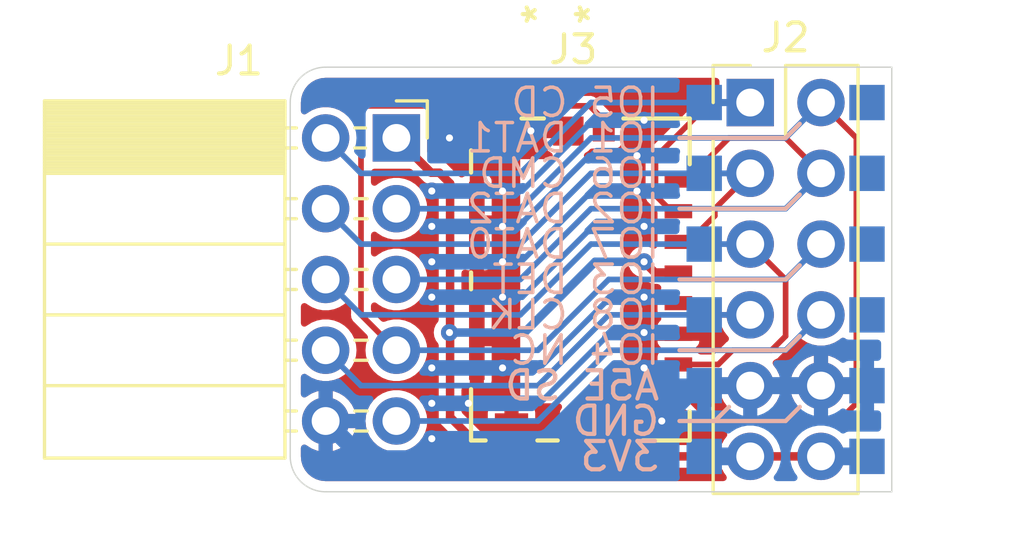
<source format=kicad_pcb>
(kicad_pcb (version 20221018) (generator pcbnew)
  (layers (0 "F.Cu" signal) (31 "B.Cu" signal) (34 "B.Paste" user) (35 "F.Paste" user) (36 "B.SilkS" user "B.Silkscreen") (37 "F.SilkS" user "F.Silkscreen") (38 "B.Mask" user) (39 "F.Mask" user) (44 "Edge.Cuts" user))
  (net 0 "")
  (net 1 "Net-(J1-Pin_1)")
  (net 2 "Net-(J1-Pin_2)")
  (net 3 "Net-(J1-Pin_3)")
  (net 4 "Net-(J1-Pin_4)")
  (net 5 "Net-(J1-Pin_5)")
  (net 6 "Net-(J1-Pin_6)")
  (net 7 "Net-(J1-Pin_7)")
  (net 8 "Net-(J1-Pin_8)")
  (net 9 "Net-(J1-Pin_9)")
  (net 10 "/GND")
  (footprint "custom:PMOD_Hybrid" (layer "F.Cu") (at 139.7 100.33)
    (fp_text reference "J2" (at 1.27 -2.33) (layer "F.SilkS"))
    (fp_text value "Conn_02x06_Odd_Even")
    (fp_line (start -1.33 -1.33) (end 0 -1.33) (stroke (width 0.12)) (layer "F.SilkS"))
    (fp_line (start -1.33 0) (end -1.33 -1.33) (stroke (width 0.12)) (layer "F.SilkS"))
    (fp_line (start -1.33 1.27) (end -1.33 14.03) (stroke (width 0.12)) (layer "F.SilkS"))
    (fp_line (start -1.33 1.27) (end 1.27 1.27) (stroke (width 0.12)) (layer "F.SilkS"))
    (fp_line (start -1.33 14.03) (end 3.87 14.03) (stroke (width 0.12)) (layer "F.SilkS"))
    (fp_line (start 1.27 -1.33) (end 3.87 -1.33) (stroke (width 0.12)) (layer "F.SilkS"))
    (fp_line (start 1.27 1.27) (end 1.27 -1.33) (stroke (width 0.12)) (layer "F.SilkS"))
    (fp_line (start 3.87 -1.33) (end 3.87 14.03) (stroke (width 0.12)) (layer "F.SilkS"))
    (pad "1" smd rect (at -1.651 0) (size 1.27 1.27) (layers "B.Cu" "B.Paste" "B.Mask") (net 2 "Net-(J1-Pin_2)"))
    (pad "1" thru_hole rect (at 0 0) (size 1.7 1.7) (drill 1) (layers "*.Cu" "*.Mask") (net 2 "Net-(J1-Pin_2)"))
    (pad "2" thru_hole oval (at 2.54 0) (size 1.7 1.7) (drill 1) (layers "*.Cu" "*.Mask") (net 3 "Net-(J1-Pin_3)"))
    (pad "2" smd rect (at 4.191 0) (size 1.27 1.27) (layers "B.Cu" "B.Paste" "B.Mask") (net 3 "Net-(J1-Pin_3)"))
    (pad "3" smd rect (at -1.651 2.54) (size 1.27 1.27) (layers "B.Cu" "B.Paste" "B.Mask") (net 4 "Net-(J1-Pin_4)"))
    (pad "3" thru_hole oval (at 0 2.54) (size 1.7 1.7) (drill 1) (layers "*.Cu" "*.Mask") (net 4 "Net-(J1-Pin_4)"))
    (pad "4" thru_hole oval (at 2.54 2.54) (size 1.7 1.7) (drill 1) (layers "*.Cu" "*.Mask") (net 5 "Net-(J1-Pin_5)"))
    (pad "4" smd rect (at 4.191 2.54) (size 1.27 1.27) (layers "B.Cu" "B.Paste" "B.Mask") (net 5 "Net-(J1-Pin_5)"))
    (pad "5" smd rect (at -1.651 5.08) (size 1.27 1.27) (layers "B.Cu" "B.Paste" "B.Mask") (net 6 "Net-(J1-Pin_6)"))
    (pad "5" thru_hole oval (at 0 5.08) (size 1.7 1.7) (drill 1) (layers "*.Cu" "*.Mask") (net 6 "Net-(J1-Pin_6)"))
    (pad "6" thru_hole oval (at 2.54 5.08) (size 1.7 1.7) (drill 1) (layers "*.Cu" "*.Mask") (net 7 "Net-(J1-Pin_7)"))
    (pad "6" smd rect (at 4.191 5.08) (size 1.27 1.27) (layers "B.Cu" "B.Paste" "B.Mask") (net 7 "Net-(J1-Pin_7)"))
    (pad "7" smd rect (at -1.651 7.62) (size 1.27 1.27) (layers "B.Cu" "B.Paste" "B.Mask") (net 8 "Net-(J1-Pin_8)"))
    (pad "7" thru_hole oval (at 0 7.62) (size 1.7 1.7) (drill 1) (layers "*.Cu" "*.Mask") (net 8 "Net-(J1-Pin_8)"))
    (pad "8" thru_hole oval (at 2.54 7.62) (size 1.7 1.7) (drill 1) (layers "*.Cu" "*.Mask") (net 9 "Net-(J1-Pin_9)"))
    (pad "8" smd rect (at 4.191 7.62) (size 1.27 1.27) (layers "B.Cu" "B.Paste" "B.Mask") (net 9 "Net-(J1-Pin_9)"))
    (pad "9" smd rect (at -1.651 10.16) (size 1.27 1.27) (layers "B.Cu" "B.Paste" "B.Mask") (net 10 "/GND"))
    (pad "9" thru_hole oval (at 0 10.16) (size 1.7 1.7) (drill 1) (layers "*.Cu" "*.Mask") (net 10 "/GND"))
    (pad "10" thru_hole oval (at 2.54 10.16) (size 1.7 1.7) (drill 1) (layers "*.Cu" "*.Mask") (net 10 "/GND"))
    (pad "10" smd rect (at 4.191 10.16) (size 1.27 1.27) (layers "B.Cu" "B.Paste" "B.Mask") (net 10 "/GND"))
    (pad "11" smd rect (at -1.651 12.7) (size 1.27 1.27) (layers "B.Cu" "B.Paste" "B.Mask") (net 1 "Net-(J1-Pin_1)"))
    (pad "11" thru_hole oval (at 0 12.7) (size 1.7 1.7) (drill 1) (layers "*.Cu" "*.Mask") (net 1 "Net-(J1-Pin_1)"))
    (pad "12" thru_hole oval (at 2.54 12.7) (size 1.7 1.7) (drill 1) (layers "*.Cu" "*.Mask") (net 1 "Net-(J1-Pin_1)"))
    (pad "12" smd rect (at 4.191 12.7) (size 1.27 1.27) (layers "B.Cu" "B.Paste" "B.Mask") (net 1 "Net-(J1-Pin_1)"))
  )
  (footprint "Connector_PinSocket_2.54mm:PinSocket_2x05_P2.54mm_Horizontal" (layer "F.Cu") (at 127 101.6)
    (fp_text reference "J1" (at -5.65 -2.77) (layer "F.SilkS"))
    (fp_text value "Conn_02x05_Odd_Even")
    (fp_line (start -12.63 -1.33) (end -12.63 11.49) (stroke (width 0.12)) (layer "F.SilkS"))
    (fp_line (start -12.63 -1.33) (end -4 -1.33) (stroke (width 0.12)) (layer "F.SilkS"))
    (fp_line (start -12.63 -1.21) (end -4 -1.21) (stroke (width 0.12)) (layer "F.SilkS"))
    (fp_line (start -12.63 -1.091905) (end -4 -1.091905) (stroke (width 0.12)) (layer "F.SilkS"))
    (fp_line (start -12.63 -0.97381) (end -4 -0.97381) (stroke (width 0.12)) (layer "F.SilkS"))
    (fp_line (start -12.63 -0.855715) (end -4 -0.855715) (stroke (width 0.12)) (layer "F.SilkS"))
    (fp_line (start -12.63 -0.73762) (end -4 -0.73762) (stroke (width 0.12)) (layer "F.SilkS"))
    (fp_line (start -12.63 -0.619525) (end -4 -0.619525) (stroke (width 0.12)) (layer "F.SilkS"))
    (fp_line (start -12.63 -0.50143) (end -4 -0.50143) (stroke (width 0.12)) (layer "F.SilkS"))
    (fp_line (start -12.63 -0.383335) (end -4 -0.383335) (stroke (width 0.12)) (layer "F.SilkS"))
    (fp_line (start -12.63 -0.26524) (end -4 -0.26524) (stroke (width 0.12)) (layer "F.SilkS"))
    (fp_line (start -12.63 -0.147145) (end -4 -0.147145) (stroke (width 0.12)) (layer "F.SilkS"))
    (fp_line (start -12.63 -0.02905) (end -4 -0.02905) (stroke (width 0.12)) (layer "F.SilkS"))
    (fp_line (start -12.63 0.089045) (end -4 0.089045) (stroke (width 0.12)) (layer "F.SilkS"))
    (fp_line (start -12.63 0.20714) (end -4 0.20714) (stroke (width 0.12)) (layer "F.SilkS"))
    (fp_line (start -12.63 0.325235) (end -4 0.325235) (stroke (width 0.12)) (layer "F.SilkS"))
    (fp_line (start -12.63 0.44333) (end -4 0.44333) (stroke (width 0.12)) (layer "F.SilkS"))
    (fp_line (start -12.63 0.561425) (end -4 0.561425) (stroke (width 0.12)) (layer "F.SilkS"))
    (fp_line (start -12.63 0.67952) (end -4 0.67952) (stroke (width 0.12)) (layer "F.SilkS"))
    (fp_line (start -12.63 0.797615) (end -4 0.797615) (stroke (width 0.12)) (layer "F.SilkS"))
    (fp_line (start -12.63 0.91571) (end -4 0.91571) (stroke (width 0.12)) (layer "F.SilkS"))
    (fp_line (start -12.63 1.033805) (end -4 1.033805) (stroke (width 0.12)) (layer "F.SilkS"))
    (fp_line (start -12.63 1.1519) (end -4 1.1519) (stroke (width 0.12)) (layer "F.SilkS"))
    (fp_line (start -12.63 1.27) (end -4 1.27) (stroke (width 0.12)) (layer "F.SilkS"))
    (fp_line (start -12.63 3.81) (end -4 3.81) (stroke (width 0.12)) (layer "F.SilkS"))
    (fp_line (start -12.63 6.35) (end -4 6.35) (stroke (width 0.12)) (layer "F.SilkS"))
    (fp_line (start -12.63 8.89) (end -4 8.89) (stroke (width 0.12)) (layer "F.SilkS"))
    (fp_line (start -12.63 11.49) (end -4 11.49) (stroke (width 0.12)) (layer "F.SilkS"))
    (fp_line (start -4 -1.33) (end -4 11.49) (stroke (width 0.12)) (layer "F.SilkS"))
    (fp_line (start -4 -0.36) (end -3.59 -0.36) (stroke (width 0.12)) (layer "F.SilkS"))
    (fp_line (start -4 0.36) (end -3.59 0.36) (stroke (width 0.12)) (layer "F.SilkS"))
    (fp_line (start -4 2.18) (end -3.59 2.18) (stroke (width 0.12)) (layer "F.SilkS"))
    (fp_line (start -4 2.9) (end -3.59 2.9) (stroke (width 0.12)) (layer "F.SilkS"))
    (fp_line (start -4 4.72) (end -3.59 4.72) (stroke (width 0.12)) (layer "F.SilkS"))
    (fp_line (start -4 5.44) (end -3.59 5.44) (stroke (width 0.12)) (layer "F.SilkS"))
    (fp_line (start -4 7.26) (end -3.59 7.26) (stroke (width 0.12)) (layer "F.SilkS"))
    (fp_line (start -4 7.98) (end -3.59 7.98) (stroke (width 0.12)) (layer "F.SilkS"))
    (fp_line (start -4 9.8) (end -3.59 9.8) (stroke (width 0.12)) (layer "F.SilkS"))
    (fp_line (start -4 10.52) (end -3.59 10.52) (stroke (width 0.12)) (layer "F.SilkS"))
    (fp_line (start -1.49 -0.36) (end -1.11 -0.36) (stroke (width 0.12)) (layer "F.SilkS"))
    (fp_line (start -1.49 0.36) (end -1.11 0.36) (stroke (width 0.12)) (layer "F.SilkS"))
    (fp_line (start -1.49 2.18) (end -1.05 2.18) (stroke (width 0.12)) (layer "F.SilkS"))
    (fp_line (start -1.49 2.9) (end -1.05 2.9) (stroke (width 0.12)) (layer "F.SilkS"))
    (fp_line (start -1.49 4.72) (end -1.05 4.72) (stroke (width 0.12)) (layer "F.SilkS"))
    (fp_line (start -1.49 5.44) (end -1.05 5.44) (stroke (width 0.12)) (layer "F.SilkS"))
    (fp_line (start -1.49 7.26) (end -1.05 7.26) (stroke (width 0.12)) (layer "F.SilkS"))
    (fp_line (start -1.49 7.98) (end -1.05 7.98) (stroke (width 0.12)) (layer "F.SilkS"))
    (fp_line (start -1.49 9.8) (end -1.05 9.8) (stroke (width 0.12)) (layer "F.SilkS"))
    (fp_line (start -1.49 10.52) (end -1.05 10.52) (stroke (width 0.12)) (layer "F.SilkS"))
    (fp_line (start 0 -1.33) (end 1.11 -1.33) (stroke (width 0.12)) (layer "F.SilkS"))
    (fp_line (start 1.11 -1.33) (end 1.11 0) (stroke (width 0.12)) (layer "F.SilkS"))
    (pad "1" thru_hole rect (at 0 0) (size 1.7 1.7) (drill 1) (layers "*.Cu" "*.Mask") (net 1 "Net-(J1-Pin_1)"))
    (pad "2" thru_hole oval (at -2.54 0) (size 1.7 1.7) (drill 1) (layers "*.Cu" "*.Mask") (net 2 "Net-(J1-Pin_2)"))
    (pad "3" thru_hole oval (at 0 2.54) (size 1.7 1.7) (drill 1) (layers "*.Cu" "*.Mask") (net 3 "Net-(J1-Pin_3)"))
    (pad "4" thru_hole oval (at -2.54 2.54) (size 1.7 1.7) (drill 1) (layers "*.Cu" "*.Mask") (net 4 "Net-(J1-Pin_4)"))
    (pad "5" thru_hole oval (at 0 5.08) (size 1.7 1.7) (drill 1) (layers "*.Cu" "*.Mask") (net 5 "Net-(J1-Pin_5)"))
    (pad "6" thru_hole oval (at -2.54 5.08) (size 1.7 1.7) (drill 1) (layers "*.Cu" "*.Mask") (net 6 "Net-(J1-Pin_6)"))
    (pad "7" thru_hole oval (at 0 7.62) (size 1.7 1.7) (drill 1) (layers "*.Cu" "*.Mask") (net 7 "Net-(J1-Pin_7)"))
    (pad "8" thru_hole oval (at -2.54 7.62) (size 1.7 1.7) (drill 1) (layers "*.Cu" "*.Mask") (net 8 "Net-(J1-Pin_8)"))
    (pad "9" thru_hole oval (at 0 10.16) (size 1.7 1.7) (drill 1) (layers "*.Cu" "*.Mask") (net 9 "Net-(J1-Pin_9)"))
    (pad "10" thru_hole oval (at -2.54 10.16) (size 1.7 1.7) (drill 1) (layers "*.Cu" "*.Mask") (net 10 "/GND"))
  )
  (footprint "custom:105162-0001_MOL" (layer "F.Cu") (at 133.604 106.68 90)
    (fp_text reference "J3" (at 8.255 -0.254 unlocked) (layer "F.SilkS"))
    (fp_text value "Micro_SD_Card_Det1")
    (fp_text user "*" (at 9.525 0.381 90 unlocked) (layer "F.SilkS"))
    (fp_text user "*" (at 9.525 -1.524 90) (layer "F.SilkS"))
    (fp_line (start -5.7785 -3.9243) (end -5.7785 -3.401939) (stroke (width 0.1524)) (layer "F.SilkS"))
    (fp_line (start -5.7785 -1.542659) (end -5.7785 -0.813839) (stroke (width 0.1524)) (layer "F.SilkS"))
    (fp_line (start -5.7785 2.239241) (end -5.7785 3.9243) (stroke (width 0.1524)) (layer "F.SilkS"))
    (fp_line (start -5.7785 3.9243) (end -4.736739 3.9243) (stroke (width 0.1524)) (layer "F.SilkS"))
    (fp_line (start -3.93824 -3.9243) (end -5.7785 -3.9243) (stroke (width 0.1524)) (layer "F.SilkS"))
    (fp_line (start 0.127 -3.9243) (end -0.127 -3.9243) (stroke (width 0.1524)) (layer "F.SilkS"))
    (fp_line (start 0.25176 -3.9243) (end -0.35176 -3.9243) (stroke (width 0.1524)) (layer "F.SilkS"))
    (fp_line (start 4.136741 3.9243) (end 5.7785 3.9243) (stroke (width 0.1524)) (layer "F.SilkS"))
    (fp_line (start 4.632737 -3.9243) (end 3.83824 -3.9243) (stroke (width 0.1524)) (layer "F.SilkS"))
    (fp_line (start 5.7785 -1.31114) (end 5.7785 -2.11266) (stroke (width 0.1524)) (layer "F.SilkS"))
    (fp_line (start 5.7785 3.9243) (end 5.7785 1.5444) (stroke (width 0.1524)) (layer "F.SilkS"))
    (pad "1" smd rect (at 3.550001 3.517699 90) (size 0.508 0.9906) (layers "F.Cu" "F.Paste" "F.Mask") (net 5 "Net-(J1-Pin_5)"))
    (pad "2" smd rect (at 2.45 3.517699 90) (size 0.508 0.9906) (layers "F.Cu" "F.Paste" "F.Mask") (net 2 "Net-(J1-Pin_2)"))
    (pad "3" smd rect (at 1.35 3.517699 90) (size 0.508 0.9906) (layers "F.Cu" "F.Paste" "F.Mask") (net 4 "Net-(J1-Pin_4)"))
    (pad "4" smd rect (at 0.25 3.517699 90) (size 0.508 0.9906) (layers "F.Cu" "F.Paste" "F.Mask") (net 1 "Net-(J1-Pin_1)"))
    (pad "5" smd rect (at -0.850001 3.517699 90) (size 0.508 0.9906) (layers "F.Cu" "F.Paste" "F.Mask") (net 8 "Net-(J1-Pin_8)"))
    (pad "6" smd rect (at -1.950001 3.517699 90) (size 0.508 0.9906) (layers "F.Cu" "F.Paste" "F.Mask") (net 10 "/GND"))
    (pad "7" smd rect (at -3.050002 3.517699 90) (size 0.508 0.9906) (layers "F.Cu" "F.Paste" "F.Mask") (net 6 "Net-(J1-Pin_6)"))
    (pad "8" smd rect (at -4.149999 3.517699 90) (size 0.508 0.9906) (layers "F.Cu" "F.Paste" "F.Mask") (net 3 "Net-(J1-Pin_3)"))
    (pad "9" smd rect (at 5.31 0.8377 90) (size 0.7112 0.7874) (layers "F.Cu" "F.Paste" "F.Mask") (net 7 "Net-(J1-Pin_7)"))
    (pad "10" smd rect (at -5.325001 0.712701 90) (size 1.0414 2.3876) (layers "F.Cu" "F.Paste" "F.Mask") (net 10 "/GND"))
    (pad "10" smd rect (at -5.324965 -2.472299 90) (size 1.0414 1.1938) (layers "F.Cu" "F.Paste" "F.Mask") (net 10 "/GND"))
    (pad "10" smd rect (at -2.145 -3.7173 90) (size 2.921 0.5588) (layers "F.Cu" "F.Paste" "F.Mask") (net 10 "/GND"))
    (pad "10" smd rect (at 2.045 -3.7173 90) (size 2.921 0.5588) (layers "F.Cu" "F.Paste" "F.Mask") (net 10 "/GND"))
    (pad "10" smd rect (at 5.325001 -3.0423 90) (size 1.0414 1.1938) (layers "F.Cu" "F.Paste" "F.Mask") (net 10 "/GND"))
    (pad "10" smd rect (at 5.325001 -0.4323 90) (size 1.0414 1.0922) (layers "F.Cu" "F.Paste" "F.Mask") (net 10 "/GND"))
  )
  (gr_line (start 140.97 109.22) (end 141.478 108.712) (stroke (width 0.1524)) (layer "B.SilkS"))
  (gr_line (start 140.97 111.76) (end 141.478 111.252) (stroke (width 0.1524)) (layer "B.SilkS"))
  (gr_line (start 137.16 104.14) (end 140.97 104.14) (stroke (width 0.1524)) (layer "B.SilkS"))
  (gr_line (start 137.16 106.68) (end 140.97 106.68) (stroke (width 0.1524)) (layer "B.SilkS"))
  (gr_line (start 140.97 104.14) (end 141.478 103.632) (stroke (width 0.1524)) (layer "B.SilkS"))
  (gr_line (start 137.16 109.22) (end 140.97 109.22) (stroke (width 0.1524)) (layer "B.SilkS"))
  (gr_line (start 138.938 111.252) (end 138.43 111.76) (stroke (width 0.1524)) (layer "B.SilkS"))
  (gr_line (start 137.16 111.76) (end 140.97 111.76) (stroke (width 0.1524)) (layer "B.SilkS"))
  (gr_line (start 140.97 106.68) (end 141.478 106.172) (stroke (width 0.1524)) (layer "B.SilkS"))
  (gr_line (start 137.16 101.6) (end 140.97 101.6) (stroke (width 0.1524)) (layer "B.SilkS"))
  (gr_line (start 140.97 101.6) (end 141.478 101.092) (stroke (width 0.1524)) (layer "B.SilkS"))
  (gr_line (start 144.78 99.06) (end 144.78 114.3) (stroke (width 0.05)) (layer "Edge.Cuts"))
  (gr_arc (start 124.46 114.3) (mid 123.561974 113.928026) (end 123.19 113.03) (stroke (width 0.05)) (layer "Edge.Cuts"))
  (gr_line (start 124.46 114.3) (end 144.78 114.3) (stroke (width 0.05)) (layer "Edge.Cuts"))
  (gr_line (start 124.46 99.06) (end 144.78 99.06) (stroke (width 0.05)) (layer "Edge.Cuts"))
  (gr_line (start 123.19 113.03) (end 123.19 100.33) (stroke (width 0.05)) (layer "Edge.Cuts"))
  (gr_arc (start 123.19 100.33) (mid 123.561974 99.431974) (end 124.46 99.06) (stroke (width 0.05)) (layer "Edge.Cuts"))
  (gr_text "IO8 CLK" (at 136.525 107.95) (layer "B.SilkS") (effects (font (size 1.016 1.016) (thickness 0.127)) (justify left mirror)))
  (gr_text "IO2 DAT2" (at 136.525 104.14) (layer "B.SilkS") (effects (font (size 1.016 1.016) (thickness 0.127)) (justify left mirror)))
  (gr_text "IO7 DAT0" (at 136.525 105.41) (layer "B.SilkS") (effects (font (size 1.016 1.016) (thickness 0.127)) (justify left mirror)))
  (gr_text "IO4 NC" (at 136.525 109.22) (layer "B.SilkS") (effects (font (size 1.016 1.016) (thickness 0.127)) (justify left mirror)))
  (gr_text "IO1 DAT1" (at 136.525 101.6) (layer "B.SilkS") (effects (font (size 1.016 1.016) (thickness 0.127)) (justify left mirror)))
  (gr_text "IO5 CD" (at 136.525 100.33) (layer "B.SilkS") (effects (font (size 1.016 1.016) (thickness 0.127)) (justify left mirror)))
  (gr_text "GND" (at 136.525 111.76) (layer "B.SilkS") (effects (font (size 1.016 1.016) (thickness 0.1524)) (justify left mirror)))
  (gr_text "A5E SD" (at 136.525 110.49) (layer "B.SilkS") (effects (font (size 1.016 1.016) (thickness 0.1524)) (justify left mirror)))
  (gr_text "IO3 DET" (at 136.525 106.68) (layer "B.SilkS") (effects (font (size 1.016 1.016) (thickness 0.127)) (justify left mirror)))
  (gr_text "3V3" (at 136.525 113.03) (layer "B.SilkS") (effects (font (size 1.016 1.016) (thickness 0.1524)) (justify left mirror)))
  (gr_text "IO6 CMD" (at 136.525 102.87) (layer "B.SilkS") (effects (font (size 1.016 1.016) (thickness 0.127)) (justify left mirror)))
  (segment (start 130.334336 113.03) (end 142.24 113.03) (width 0.3048) (layer "F.Cu") (net 1))
  (segment (start 136.275 106.43) (end 137.121699 106.43) (width 0.3048) (layer "F.Cu") (net 1))
  (segment (start 127 101.6) (end 128.2478 102.8478) (width 0.3048) (layer "F.Cu") (net 1))
  (segment (start 128.905 108.585) (end 128.9272 108.6072) (width 0.3048) (layer "F.Cu") (net 1))
  (segment (start 128.542222 102.8478) (end 128.9272 103.232778) (width 0.3048) (layer "F.Cu") (net 1))
  (segment (start 128.2478 102.8478) (end 128.542222 102.8478) (width 0.3048) (layer "F.Cu") (net 1))
  (segment (start 135.89 106.045) (end 136.275 106.43) (width 0.3048) (layer "F.Cu") (net 1))
  (segment (start 128.9272 103.232778) (end 128.9272 108.5628) (width 0.3048) (layer "F.Cu") (net 1))
  (segment (start 128.9272 108.6072) (end 128.9272 111.622864) (width 0.3048) (layer "F.Cu") (net 1))
  (segment (start 128.9272 111.622864) (end 130.334336 113.03) (width 0.3048) (layer "F.Cu") (net 1))
  (segment (start 128.9272 108.5628) (end 128.905 108.585) (width 0.3048) (layer "F.Cu") (net 1))
  (via (at 135.89 106.045) (size 0.6096) (drill 0.254) (layers "F.Cu" "B.Cu") (net 1))
  (via (at 128.905 108.585) (size 0.6096) (drill 0.254) (layers "F.Cu" "B.Cu") (net 1))
  (segment (start 143.891 113.03) (end 142.24 113.03) (width 0.635) (layer "B.Cu") (net 1))
  (segment (start 138.049 113.03) (end 139.7 113.03) (width 0.635) (layer "B.Cu") (net 1))
  (segment (start 135.89 106.045) (end 134.135738 106.045) (width 0.3048) (layer "B.Cu") (net 1))
  (segment (start 134.135738 106.045) (end 131.595738 108.585) (width 0.3048) (layer "B.Cu") (net 1))
  (segment (start 131.595738 108.585) (end 128.905 108.585) (width 0.3048) (layer "B.Cu") (net 1))
  (segment (start 136.299399 102.294999) (end 138.264398 100.33) (width 0.2032) (layer "F.Cu") (net 2))
  (segment (start 138.264398 100.33) (end 139.7 100.33) (width 0.2032) (layer "F.Cu") (net 2))
  (segment (start 136.867699 104.23) (end 136.867699 104.228699) (width 0.254) (layer "F.Cu") (net 2))
  (segment (start 136.299399 103.660399) (end 136.299399 102.294999) (width 0.2032) (layer "F.Cu") (net 2))
  (segment (start 136.867699 104.228699) (end 136.299399 103.660399) (width 0.2032) (layer "F.Cu") (net 2))
  (segment (start 124.46 101.6) (end 125.73 102.87) (width 0.2032) (layer "B.Cu") (net 2))
  (segment (start 125.73 102.87) (end 131.445 102.87) (width 0.2032) (layer "B.Cu") (net 2))
  (segment (start 139.7 100.33) (end 138.049 100.33) (width 0.254) (layer "B.Cu") (net 2))
  (segment (start 131.445 102.87) (end 133.985 100.33) (width 0.2032) (layer "B.Cu") (net 2))
  (segment (start 133.985 100.33) (end 139.7 100.33) (width 0.2032) (layer "B.Cu") (net 2))
  (segment (start 142.875 111.76) (end 138.30435 111.76) (width 0.2032) (layer "F.Cu") (net 3))
  (segment (start 138.30435 111.76) (end 137.374349 110.829999) (width 0.2032) (layer "F.Cu") (net 3))
  (segment (start 143.51 101.6) (end 143.51 111.125) (width 0.2032) (layer "F.Cu") (net 3))
  (segment (start 137.374349 110.829999) (end 137.121699 110.829999) (width 0.2032) (layer "F.Cu") (net 3))
  (segment (start 142.24 100.33) (end 143.51 101.6) (width 0.2032) (layer "F.Cu") (net 3))
  (segment (start 143.51 111.125) (end 142.875 111.76) (width 0.2032) (layer "F.Cu") (net 3))
  (segment (start 131.445 104.14) (end 127 104.14) (width 0.2032) (layer "B.Cu") (net 3))
  (segment (start 133.985 101.6) (end 131.445 104.14) (width 0.2032) (layer "B.Cu") (net 3))
  (segment (start 140.97 101.6) (end 133.985 101.6) (width 0.2032) (layer "B.Cu") (net 3))
  (segment (start 142.24 100.33) (end 140.97 101.6) (width 0.2032) (layer "B.Cu") (net 3))
  (segment (start 137.494 105.33) (end 138.43 104.394) (width 0.2032) (layer "F.Cu") (net 4))
  (segment (start 138.43 104.394) (end 138.43 104.14) (width 0.2032) (layer "F.Cu") (net 4))
  (segment (start 136.867699 105.33) (end 137.494 105.33) (width 0.2032) (layer "F.Cu") (net 4))
  (segment (start 138.43 104.14) (end 139.7 102.87) (width 0.2032) (layer "F.Cu") (net 4))
  (segment (start 133.985 102.87) (end 139.7 102.87) (width 0.2032) (layer "B.Cu") (net 4))
  (segment (start 138.049 102.87) (end 139.7 102.87) (width 0.2032) (layer "B.Cu") (net 4))
  (segment (start 131.445 105.41) (end 133.985 102.87) (width 0.2032) (layer "B.Cu") (net 4))
  (segment (start 125.73 105.41) (end 131.445 105.41) (width 0.2032) (layer "B.Cu") (net 4))
  (segment (start 124.46 104.14) (end 125.73 105.41) (width 0.2032) (layer "B.Cu") (net 4))
  (segment (start 137.408001 103.129999) (end 138.938 101.6) (width 0.2032) (layer "F.Cu") (net 5))
  (segment (start 136.867699 103.129999) (end 137.408001 103.129999) (width 0.2032) (layer "F.Cu") (net 5))
  (segment (start 140.97 101.6) (end 142.24 102.87) (width 0.2032) (layer "F.Cu") (net 5))
  (segment (start 138.938 101.6) (end 140.97 101.6) (width 0.2032) (layer "F.Cu") (net 5))
  (segment (start 131.445 106.68) (end 127 106.68) (width 0.2032) (layer "B.Cu") (net 5))
  (segment (start 133.985 104.14) (end 131.445 106.68) (width 0.2032) (layer "B.Cu") (net 5))
  (segment (start 140.97 104.14) (end 133.985 104.14) (width 0.2032) (layer "B.Cu") (net 5))
  (segment (start 142.24 102.87) (end 140.97 104.14) (width 0.2032) (layer "B.Cu") (net 5))
  (segment (start 138.554998 109.730002) (end 139.065 109.22) (width 0.2032) (layer "F.Cu") (net 6))
  (segment (start 137.121699 109.730002) (end 138.554998 109.730002) (width 0.2032) (layer "F.Cu") (net 6))
  (segment (start 140.97 106.68) (end 139.7 105.41) (width 0.2032) (layer "F.Cu") (net 6))
  (segment (start 139.065 109.22) (end 140.462 109.22) (width 0.2032) (layer "F.Cu") (net 6))
  (segment (start 140.462 109.22) (end 140.97 108.712) (width 0.2032) (layer "F.Cu") (net 6))
  (segment (start 140.97 108.712) (end 140.97 106.68) (width 0.2032) (layer "F.Cu") (net 6))
  (segment (start 133.985 105.41) (end 139.7 105.41) (width 0.2032) (layer "B.Cu") (net 6))
  (segment (start 125.73 107.95) (end 131.445 107.95) (width 0.2032) (layer "B.Cu") (net 6))
  (segment (start 131.445 107.95) (end 133.985 105.41) (width 0.2032) (layer "B.Cu") (net 6))
  (segment (start 124.46 106.68) (end 125.73 107.95) (width 0.2032) (layer "B.Cu") (net 6))
  (segment (start 134.4417 101.37) (end 134.4417 100.954999) (width 0.2032) (layer "F.Cu") (net 7))
  (segment (start 125.73 107.95) (end 127 109.22) (width 0.2032) (layer "F.Cu") (net 7))
  (segment (start 125.8484 100.4484) (end 125.73 100.5668) (width 0.2032) (layer "F.Cu") (net 7))
  (segment (start 133.935101 100.4484) (end 125.8484 100.4484) (width 0.2032) (layer "F.Cu") (net 7))
  (segment (start 125.73 100.5668) (end 125.73 107.95) (width 0.2032) (layer "F.Cu") (net 7))
  (segment (start 134.4417 100.954999) (end 133.935101 100.4484) (width 0.2032) (layer "F.Cu") (net 7))
  (segment (start 142.24 105.41) (end 140.97 106.68) (width 0.2032) (layer "B.Cu") (net 7))
  (segment (start 134.62 106.68) (end 132.08 109.22) (width 0.2032) (layer "B.Cu") (net 7))
  (segment (start 140.97 106.68) (end 134.62 106.68) (width 0.2032) (layer "B.Cu") (net 7))
  (segment (start 132.08 109.22) (end 127 109.22) (width 0.2032) (layer "B.Cu") (net 7))
  (segment (start 137.795 107.95) (end 139.7 107.95) (width 0.2032) (layer "F.Cu") (net 8))
  (segment (start 136.867699 107.530001) (end 137.375001 107.530001) (width 0.2032) (layer "F.Cu") (net 8))
  (segment (start 137.375001 107.530001) (end 137.795 107.95) (width 0.2032) (layer "F.Cu") (net 8))
  (segment (start 132.08 110.49) (end 134.62 107.95) (width 0.2032) (layer "B.Cu") (net 8))
  (segment (start 134.62 107.95) (end 139.7 107.95) (width 0.2032) (layer "B.Cu") (net 8))
  (segment (start 125.73 110.49) (end 132.08 110.49) (width 0.2032) (layer "B.Cu") (net 8))
  (segment (start 124.46 109.22) (end 125.73 110.49) (width 0.2032) (layer "B.Cu") (net 8))
  (segment (start 134.62 109.22) (end 132.08 111.76) (width 0.2032) (layer "B.Cu") (net 9))
  (segment (start 132.08 111.76) (end 127 111.76) (width 0.2032) (layer "B.Cu") (net 9))
  (segment (start 140.97 109.22) (end 134.62 109.22) (width 0.2032) (layer "B.Cu") (net 9))
  (segment (start 142.24 107.95) (end 140.97 109.22) (width 0.2032) (layer "B.Cu") (net 9))
  (via (at 128.27 106.045) (size 0.6096) (drill 0.254) (layers "F.Cu" "B.Cu") (net 10))
  (via (at 135.89 100.965) (size 0.6096) (drill 0.254) (layers "F.Cu" "B.Cu") (net 10))
  (via (at 128.27 109.855) (size 0.6096) (drill 0.254) (layers "F.Cu" "B.Cu") (net 10))
  (via (at 130.81 107.315) (size 0.6096) (drill 0.254) (layers "F.Cu" "B.Cu") (net 10))
  (via (at 130.81 104.775) (size 0.6096) (drill 0.254) (layers "F.Cu" "B.Cu") (net 10))
  (via (at 128.27 103.505) (size 0.6096) (drill 0.254) (layers "F.Cu" "B.Cu") (net 10))
  (via (at 135.89 107.315) (size 0.6096) (drill 0.254) (layers "F.Cu" "B.Cu") (net 10))
  (via (at 128.27 107.315) (size 0.6096) (drill 0.254) (layers "F.Cu" "B.Cu") (net 10))
  (via (at 128.27 111.125) (size 0.6096) (drill 0.254) (layers "F.Cu" "B.Cu") (net 10))
  (via (at 135.89 109.855) (size 0.6096) (drill 0.254) (layers "F.Cu" "B.Cu") (net 10))
  (via (at 130.81 106.045) (size 0.6096) (drill 0.254) (layers "F.Cu" "B.Cu") (net 10))
  (via (at 135.636 103.505) (size 0.6096) (drill 0.254) (layers "F.Cu" "B.Cu") (net 10))
  (via (at 135.89 104.775) (size 0.6096) (drill 0.254) (layers "F.Cu" "B.Cu") (net 10))
  (via (at 131.826 101.346) (size 0.6096) (drill 0.254) (layers "F.Cu" "B.Cu") (net 10))
  (via (at 129.5844 111.125) (size 0.6096) (drill 0.254) (layers "F.Cu" "B.Cu") (net 10))
  (via (at 128.27 104.775) (size 0.6096) (drill 0.254) (layers "F.Cu" "B.Cu") (net 10))
  (via (at 135.89 108.585) (size 0.6096) (drill 0.254) (layers "F.Cu" "B.Cu") (net 10))
  (via (at 128.905 101.6) (size 0.6096) (drill 0.254) (layers "F.Cu" "B.Cu") (net 10))
  (via (at 130.81 109.855) (size 0.6096) (drill 0.254) (layers "F.Cu" "B.Cu") (net 10))
  (via (at 128.27 112.395) (size 0.6096) (drill 0.254) (layers "F.Cu" "B.Cu") (net 10))
  (via (at 135.636 102.235) (size 0.6096) (drill 0.254) (layers "F.Cu" "B.Cu") (net 10))
  (via (at 136.525 111.76) (size 0.6096) (drill 0.254) (layers "F.Cu" "B.Cu") (net 10))
  (via (at 130.81 103.505) (size 0.6096) (drill 0.254) (layers "F.Cu" "B.Cu") (net 10))
  (segment (start 128.27 103.505) (end 131.50979 103.505) (width 0.2032) (layer "B.Cu") (net 10))
  (segment (start 135.636 102.235) (end 133.92021 102.235) (width 0.2032) (layer "B.Cu") (net 10))
  (segment (start 132.14479 111.125) (end 134.68479 108.585) (width 0.2032) (layer "B.Cu") (net 10))
  (segment (start 134.68479 107.315) (end 135.89 107.315) (width 0.2032) (layer "B.Cu") (net 10))
  (segment (start 133.92021 102.235) (end 131.38021 104.775) (width 0.2032) (layer "B.Cu") (net 10))
  (segment (start 134.04979 104.775) (end 135.89 104.775) (width 0.2032) (layer "B.Cu") (net 10))
  (segment (start 131.50979 107.315) (end 134.04979 104.775) (width 0.2032) (layer "B.Cu") (net 10))
  (segment (start 143.891 110.49) (end 137.795 110.49) (width 0.6096) (layer "B.Cu") (net 10))
  (segment (start 134.013868 103.505) (end 131.473868 106.045) (width 0.2032) (layer "B.Cu") (net 10))
  (segment (start 131.473868 106.045) (end 128.27 106.045) (width 0.2032) (layer "B.Cu") (net 10))
  (segment (start 134.68479 108.585) (end 135.89 108.585) (width 0.2032) (layer "B.Cu") (net 10))
  (segment (start 128.27 107.315) (end 131.50979 107.315) (width 0.2032) (layer "B.Cu") (net 10))
  (segment (start 131.38021 104.775) (end 128.27 104.775) (width 0.2032) (layer "B.Cu") (net 10))
  (segment (start 128.27 111.125) (end 132.14479 111.125) (width 0.2032) (layer "B.Cu") (net 10))
  (segment (start 124.46 111.76) (end 125.8148 113.1148) (width 0.6096) (layer "B.Cu") (net 10))
  (segment (start 128.27 109.855) (end 132.14479 109.855) (width 0.2032) (layer "B.Cu") (net 10))
  (segment (start 135.1702 113.1148) (end 136.525 111.76) (width 0.6096) (layer "B.Cu") (net 10))
  (segment (start 134.04979 100.965) (end 135.89 100.965) (width 0.2032) (layer "B.Cu") (net 10))
  (segment (start 137.795 110.49) (end 136.525 111.76) (width 0.6096) (layer "B.Cu") (net 10))
  (segment (start 132.14479 109.855) (end 134.68479 107.315) (width 0.2032) (layer "B.Cu") (net 10))
  (segment (start 131.50979 103.505) (end 134.04979 100.965) (width 0.2032) (layer "B.Cu") (net 10))
  (segment (start 135.636 103.505) (end 134.013868 103.505) (width 0.2032) (layer "B.Cu") (net 10))
  (segment (start 125.8148 113.1148) (end 135.1702 113.1148) (width 0.6096) (layer "B.Cu") (net 10))
  (zone (net 0) (net_name "") (layer "F.Cu") (connect_pads (clearance 0)) (min_thickness 0.254)
    (keepout (tracks not_allowed) (vias not_allowed) (pads not_allowed) (copperpour not_allowed) (footprints allowed))
    (fill (thermal_gap 0.254) (thermal_bridge_width 0.508))
    (polygon (pts (xy 131.445 111.125) (xy 131.445 102.362) (xy 135.128 102.362) (xy 135.128 111.125)))
  )
  (zone (net 10) (net_name "/GND") (layers "F&B.Cu") (connect_pads (clearance 0.254)) (min_thickness 0.254) (fill yes (thermal_gap 0.254) (thermal_bridge_width 0.508))
    (polygon (pts (xy 123.19 99.06) (xy 144.78 99.06) (xy 144.78 114.3) (xy 123.19 114.3)))
  )
)
</source>
